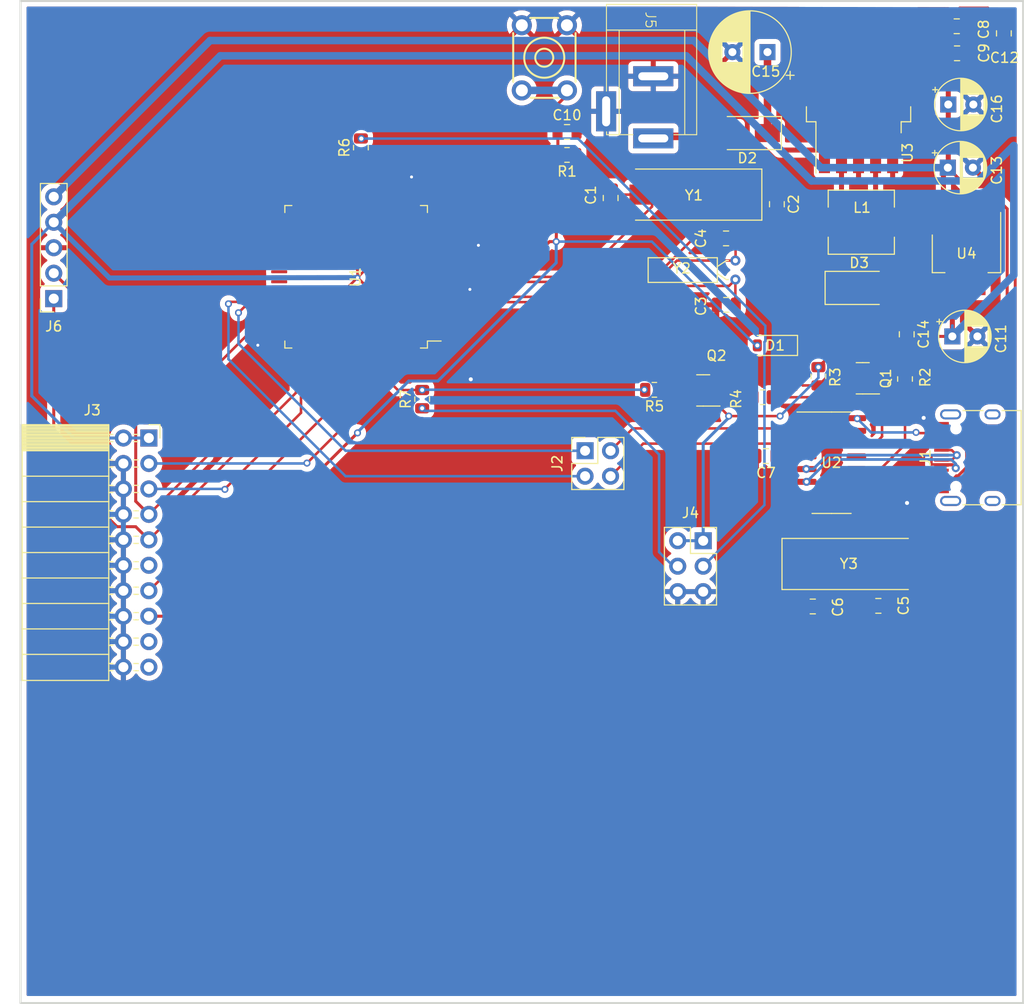
<source format=kicad_pcb>
(kicad_pcb (version 20221018) (generator pcbnew)
  (title_block (date "2023-07-02"))
  (layers (0 "F.Cu" signal) (31 "B.Cu" signal) (34 "B.Paste" user) (35 "F.Paste" user) (36 "B.SilkS" user "B.Silkscreen") (37 "F.SilkS" user "F.Silkscreen") (38 "B.Mask" user) (39 "F.Mask" user) (44 "Edge.Cuts" user))
  (property "CONFIGURATIONPARAMETERS" "")
  (property "CONFIGURATORNAME" "")
  (property "ISUSERCONFIGURABLE" "")
  (property "VERSIONCONTROL_PROJFOLDERREVNUMBER" "")
  (property "VERSIONCONTROL_REVNUMBER" "")
  (net 0 "")
  (net 1 "Net-(U1-RCC_OSC_OUT)")
  (net 2 "Net-(U1-RCC_OSC_IN)")
  (net 3 "Net-(U1-PC14)")
  (net 4 "Net-(U1-PC15)")
  (net 5 "Net-(U2-XI)")
  (net 6 "Net-(U2-XO)")
  (net 7 "Net-(U2-V3)")
  (net 8 "Net-(D2-K)")
  (net 9 "Net-(D1-K)")
  (net 10 "+12V")
  (net 11 "Net-(D3-K)")
  (net 17 "/PA9")
  (net 18 "/PA10")
  (net 19 "/JTRST")
  (net 20 "/JTDI")
  (net 21 "/JTMS")
  (net 22 "/JTCK")
  (net 23 "/JTDO")
  (net 27 "Net-(J4-Pad3)")
  (net 28 "Net-(J4-Pad4)")
  (net 29 "Net-(Q1-E)")
  (net 30 "Net-(Q1-B)")
  (net 31 "Net-(Q2-B)")
  (net 32 "Net-(Q2-C)")
  (net 33 "Net-(U2-~{DCD})")
  (net 77 "GND")
  (net 78 "+5V")
  (net 91 "/BOOT1")
  (net 92 "/RESET")
  (net 93 "/CH340G_D+")
  (net 94 "/CH340G_D-")
  (net 97 "+3.3V")
  (net 100 "/BOOT0")
  (net 101 "/USART1_Rx")
  (net 102 "/USART1_Tx")
  (footprint "Capacitor_SMD:C_0805_2012Metric" (layer "F.Cu") (at 185.56 110.36 180)
    (fp_text reference "C5")
    (fp_text value "22Pf")
  )
  (footprint "Package_TO_SOT_SMD:SOT-23" (layer "F.Cu") (at 168.09 88.86 180)
    (fp_text reference "Q2")
    (fp_text value "S8550")
  )
  (footprint "Connector_PinSocket_2.54mm:PinSocket_2x10_P2.54mm_Horizontal" (layer "F.Cu") (at 112.8 93.61)
    (fp_text reference "J3")
    (fp_text value "Conn_ARM_JTAG_SWD_20")
  )
  (footprint "Connector_PinSocket_2.54mm:PinSocket_2x02_P2.54mm_Vertical" (layer "F.Cu") (at 156.31 94.88 90)
    (fp_text reference "J2")
    (fp_text value "禁止下载")
  )
  (footprint "Inductor_SMD:L_6.3x6.3_H3" (layer "F.Cu") (at 183.86 72.07)
    (fp_text reference "L1")
    (fp_text value "33uH" hide)
  )
  (footprint "Resistor_SMD:R_0805_2012Metric" (layer "F.Cu") (at 140.06 89.73 90)
    (fp_text reference "R7")
    (fp_text value "1K")
  )
  (footprint "Capacitor_THT:CP_Radial_D5.0mm_P2.50mm" (layer "F.Cu") (at 192.534888 60.33)
    (fp_text reference "C16")
    (fp_text value "220uF")
  )
  (footprint "Package_SO:SOIC-16_3.9x9.9mm_P1.27mm" (layer "F.Cu") (at 180.895 96.075)
    (fp_text reference "U2")
    (fp_text value "CH340G")
  )
  (footprint "Diode_SMD:D_SMA" (layer "F.Cu") (at 183.65 78.63)
    (fp_text reference "D3")
    (fp_text value "SS54" hide)
  )
  (footprint "Crystal:Crystal_C26-LF_D2.1mm_L6.5mm_Horizontal" (layer "F.Cu") (at 171.3 75.9 -90)
    (fp_text reference "Y2")
    (fp_text value "32.768KHz")
  )
  (footprint "Crystal:Crystal_SMD_HC49-SD" (layer "F.Cu") (at 182.65 106.18)
    (fp_text reference "Y3")
    (fp_text value "12MHz")
  )
  (footprint "Package_TO_SOT_SMD:SOT-223-3_TabPin2" (layer "F.Cu") (at 194.35 75.2 -90)
    (fp_text reference "U4")
    (fp_text value "AMS1117-3.3" hide)
  )
  (footprint "Resistor_SMD:R_0805_2012Metric" (layer "F.Cu") (at 174.01 89.54 180)
    (fp_text reference "R4")
    (fp_text value "1K" hide)
  )
  (footprint "Capacitor_SMD:C_0805_2012Metric" (layer "F.Cu") (at 198.08 53.23 -90)
    (fp_text reference "C12")
    (fp_text value "104")
  )
  (footprint "Resistor_SMD:R_0805_2012Metric" (layer "F.Cu") (at 179.58 87.45 90)
    (fp_text reference "R3")
    (fp_text value "10K")
  )
  (footprint "Capacitor_THT:CP_Radial_D8.0mm_P3.50mm" (layer "F.Cu") (at 174.502651 55.1 180)
    (fp_text reference "C15")
    (fp_text value "680uF")
  )
  (footprint "Capacitor_THT:CP_Radial_D5.0mm_P2.50mm" (layer "F.Cu") (at 192.49 66.63)
    (fp_text reference "C13")
    (fp_text value "220uF")
  )
  (footprint "Capacitor_SMD:C_0805_2012Metric" (layer "F.Cu") (at 174.35 95.41 180)
    (fp_text reference "C7")
    (fp_text value "104")
  )
  (footprint "Resistor_SMD:R_0805_2012Metric" (layer "F.Cu") (at 188.22 87.72 90)
    (fp_text reference "R2")
    (fp_text value "1K")
  )
  (footprint "mylib:DC-05-21" (layer "F.Cu") (at 163.11 57.51 -90)
    (fp_text reference "J5")
    (fp_text value "Jack-DC" hide)
  )
  (footprint "Capacitor_THT:CP_Radial_D5.0mm_P2.50mm" (layer "F.Cu") (at 192.94 83.47)
    (fp_text reference "C11")
    (fp_text value "220uF")
  )
  (footprint "Package_TO_SOT_SMD:TO-263-5_TabPin3" (layer "F.Cu") (at 183.585 59.1 90)
    (fp_text reference "U3")
    (fp_text value "LM2596S-5" hide)
  )
  (footprint "Package_TO_SOT_SMD:SOT-23" (layer "F.Cu") (at 184.0025 87.65 180)
    (fp_text reference "Q1")
    (fp_text value "S8050")
  )
  (footprint "Capacitor_SMD:C_0805_2012Metric" (layer "F.Cu") (at 170.37 73.69 180)
    (fp_text reference "C4")
    (fp_text value "12Pf")
  )
  (footprint "Connector_PinSocket_2.54mm:PinSocket_1x05_P2.54mm_Vertical" (layer "F.Cu") (at 103.315 79.7 180)
    (fp_text reference "J6")
    (fp_text value "SWD")
  )
  (footprint "Package_QFP:LQFP-100_14x14mm_P0.5mm" (layer "F.Cu") (at 133.475 77.52 180)
    (fp_text reference "U1")
    (fp_text value "STM32F103VET6" hide)
  )
  (footprint "Diode_SMD:D_SOD-123" (layer "F.Cu") (at 175.1375 84.37 180)
    (fp_text reference "D1")
    (fp_text value "1N4148")
  )
  (footprint "Capacitor_SMD:C_0805_2012Metric" (layer "F.Cu") (at 193.38 52.52 180)
    (fp_text reference "C8")
    (fp_text value "106")
  )
  (footprint "Resistor_SMD:R_0805_2012Metric" (layer "F.Cu") (at 133.95 64.63 90)
    (fp_text reference "R6")
    (fp_text value "1K")
  )
  (footprint "Diode_SMD:D_SMA" (layer "F.Cu") (at 172.49 63.18 180)
    (fp_text reference "D2")
    (fp_text value "SS54")
  )
  (footprint "Capacitor_SMD:C_0805_2012Metric" (layer "F.Cu") (at 158.86 69.66 -90)
    (fp_text reference "C1")
    (fp_text value "22Pf")
  )
  (footprint "Connector_PinSocket_2.54mm:PinSocket_2x03_P2.54mm_Vertical" (layer "F.Cu") (at 168.09 103.86)
    (fp_text reference "J4")
    (fp_text value "~")
  )
  (footprint "Capacitor_SMD:C_0805_2012Metric" (layer "F.Cu") (at 175.44 70.28 -90)
    (fp_text reference "C2")
    (fp_text value "22Pf")
  )
  (footprint "Capacitor_SMD:C_0805_2012Metric" (layer "F.Cu") (at 193.41 55.22 180)
    (fp_text reference "C9")
    (fp_text value "104")
  )
  (footprint "Capacitor_SMD:C_0805_2012Metric" (layer "F.Cu") (at 154.51 63.07)
    (fp_text reference "C10")
    (fp_text value "104")
  )
  (footprint "Crystal:Crystal_SMD_HC49-SD" (layer "F.Cu") (at 167.24 69.32 180)
    (fp_text reference "Y1")
    (fp_text value "8MHz")
  )
  (footprint "Resistor_SMD:R_0805_2012Metric" (layer "F.Cu") (at 163.22 88.8 180)
    (fp_text reference "R5")
    (fp_text value "1K")
  )
  (footprint "Resistor_SMD:R_0805_2012Metric" (layer "F.Cu") (at 154.51 65.36 180)
    (fp_text reference "R1")
    (fp_text value "10K")
  )
  (footprint "Capacitor_SMD:C_0805_2012Metric" (layer "F.Cu") (at 179.02 110.42)
    (fp_text reference "C6")
    (fp_text value "22Pf")
  )
  (footprint "mylib:switch4.5mmX6.5mm-4pin" (layer "F.Cu") (at 154.5 52.42 -90)
    (fp_text reference "SW1" hide)
    (fp_text value "复位开关")
  )
  (footprint "Capacitor_SMD:C_0805_2012Metric" (layer "F.Cu") (at 170.39 80.32 180)
    (fp_text reference "C3")
    (fp_text value "12Pf")
  )
  (footprint "Capacitor_SMD:C_0805_2012Metric" (layer "F.Cu") (at 188.39 83.26 -90)
    (fp_text reference "C14")
    (fp_text value "104")
  )
  (footprint "Connector_USB:USB_C_Receptacle_HRO_TYPE-C-31-M-12" (layer "F.Cu") (at 195.9 95.57 90)
    (fp_text reference "J1")
    (fp_text value "USB_C" hide)
  )
  (gr_rect locked (start 100 50) (end 200 150) (stroke (width 0.2)) (fill none) (layer "Edge.Cuts"))
  (segment (start 141.16 77.53) (end 141.15 77.52) (width 0.25) (layer "F.Cu") (net 1))
  (segment (start 162.99 69.32) (end 162.99 70.51) (width 0.25) (layer "F.Cu") (net 1))
  (segment (start 158.86 68.71) (end 159.47 69.32) (width 0.25) (layer "F.Cu") (net 1))
  (segment (start 162.99 70.51) (end 155.97 77.53) (width 0.25) (layer "F.Cu") (net 1))
  (segment (start 159.47 69.32) (end 162.99 69.32) (width 0.25) (layer "F.Cu") (net 1))
  (segment (start 155.97 77.53) (end 141.16 77.53) (width 0.25) (layer "F.Cu") (net 1))
  (segment (start 175.43 69.32) (end 171.49 69.32) (width 0.25) (layer "F.Cu") (net 2))
  (segment (start 141.16 78.03) (end 141.15 78.02) (width 0.25) (layer "F.Cu") (net 2))
  (segment (start 175.44 69.33) (end 175.43 69.32) (width 0.25) (layer "F.Cu") (net 2))
  (segment (start 171.49 69.32) (end 162.78 78.03) (width 0.25) (layer "F.Cu") (net 2))
  (segment (start 162.78 78.03) (end 141.16 78.03) (width 0.25) (layer "F.Cu") (net 2))
  (segment (start 164.51 80.05) (end 141.47 80.05) (width 0.25) (layer "F.Cu") (net 3))
  (segment (start 170.67 78.43) (end 166.13 78.43) (width 0.25) (layer "F.Cu") (net 3))
  (segment (start 171.34 80.32) (end 171.3 80.28) (width 0.25) (layer "F.Cu") (net 3))
  (segment (start 166.13 78.43) (end 164.51 80.05) (width 0.25) (layer "F.Cu") (net 3))
  (segment (start 171.3 77.8) (end 170.67 78.43) (width 0.25) (layer "F.Cu") (net 3))
  (segment (start 171.3 80.28) (end 171.3 77.8) (width 0.25) (layer "F.Cu") (net 3))
  (segment (start 171.32 75.88) (end 171.3 75.9) (width 0.25) (layer "F.Cu") (net 4))
  (segment (start 171.3 75.9) (end 165.475686 75.9) (width 0.25) (layer "F.Cu") (net 4))
  (segment (start 161.855686 79.52) (end 141.15 79.52) (width 0.25) (layer "F.Cu") (net 4))
  (segment (start 171.32 73.69) (end 171.32 75.88) (width 0.25) (layer "F.Cu") (net 4))
  (segment (start 165.475686 75.9) (end 161.855686 79.52) (width 0.25) (layer "F.Cu") (net 4))
  (segment (start 171.54 75.9) (end 171.56 75.88) (width 0.25) (layer "B.Cu") (net 4))
  (segment (start 171.3 75.9) (end 171.54 75.9) (width 0.25) (layer "B.Cu") (net 4))
  (segment (start 186.9 109.97) (end 186.9 106.18) (width 0.25) (layer "F.Cu") (net 5))
  (segment (start 179.84 99.25) (end 186.77 106.18) (width 0.25) (layer "F.Cu") (net 5))
  (segment (start 186.51 110.36) (end 186.9 109.97) (width 0.25) (layer "F.Cu") (net 5))
  (segment (start 186.77 106.18) (end 186.9 106.18) (width 0.25) (layer "F.Cu") (net 5))
  (segment (start 178.42 99.25) (end 179.84 99.25) (width 0.25) (layer "F.Cu") (net 5))
  (segment (start 178.4 110.09) (end 178.4 106.18) (width 0.25) (layer "F.Cu") (net 6))
  (segment (start 178.4 106.18) (end 178.4 100.54) (width 0.25) (layer "F.Cu") (net 6))
  (segment (start 178.4 100.54) (end 178.42 100.52) (width 0.25) (layer "F.Cu") (net 6))
  (segment (start 178.07 110.42) (end 178.4 110.09) (width 0.25) (layer "F.Cu") (net 6))
  (segment (start 175.3 95.41) (end 178.39 95.41) (width 0.254) (layer "F.Cu") (net 7))
  (segment (start 178.39 95.41) (end 178.42 95.44) (width 0.254) (layer "F.Cu") (net 7))
  (segment (start 175.725 64.875) (end 174.2 63.35) (width 0.5) (layer "F.Cu") (net 8))
  (segment (start 180.185 64.875) (end 175.725 64.875) (width 0.5) (layer "F.Cu") (net 8))
  (segment (start 174.2 63.35) (end 174.502651 63.047349) (width 0.25) (layer "F.Cu") (net 8))
  (segment (start 174.502651 63.047349) (end 174.502651 55.1) (width 0.75) (layer "F.Cu") (net 8))
  (segment (start 178.0225 88.3625) (end 179.58 88.3625) (width 0.25) (layer "F.Cu") (net 9))
  (segment (start 180.2925 87.65) (end 179.58 88.3625) (width 0.25) (layer "F.Cu") (net 9))
  (segment (start 176.7875 84.37) (end 176.7875 87.1275) (width 0.25) (layer "F.Cu") (net 9))
  (segment (start 183.065 87.65) (end 180.2925 87.65) (width 0.25) (layer "F.Cu") (net 9))
  (segment (start 176.7875 87.1275) (end 178.0225 88.3625) (width 0.25) (layer "F.Cu") (net 9))
  (segment (start 163.84 62.96) (end 163.1 63.7) (width 0.25) (layer "F.Cu") (net 10))
  (segment (start 170.49 62.96) (end 169.94 63.51) (width 0.75) (layer "F.Cu") (net 10))
  (segment (start 169.94 63.51) (end 164.39 63.51) (width 0.75) (layer "F.Cu") (net 10))
  (segment (start 181.885 71.295) (end 181.11 72.07) (width 0.5) (layer "F.Cu") (net 11))
  (segment (start 181.885 64.875) (end 181.885 71.295) (width 0.5) (layer "F.Cu") (net 11))
  (segment (start 181.65 78.63) (end 181.7 78.58) (width 0.5) (layer "F.Cu") (net 11))
  (segment (start 181.7 78.58) (end 181.7 72.66) (width 0.5) (layer "F.Cu") (net 11))
  (segment (start 125.8 80.02) (end 120.94 80.02) (width 0.25) (layer "F.Cu") (net 17))
  (segment (start 120.94 80.02) (end 120.74 80.22) (width 0.25) (layer "F.Cu") (net 17))
  (via (at 120.74 80.22) (size 0.7) (drill 0.4) (layers "F.Cu" "B.Cu") (net 17))
  (segment (start 120.74 80.22) (end 120.74 85.74) (width 0.25) (layer "B.Cu") (net 17))
  (segment (start 132.42 97.42) (end 156.31 97.42) (width 0.25) (layer "B.Cu") (net 17))
  (segment (start 120.74 85.74) (end 132.42 97.42) (width 0.25) (layer "B.Cu") (net 17))
  (segment (start 125.8 80.52) (end 122.33 80.52) (width 0.25) (layer "F.Cu") (net 18))
  (segment (start 122.33 80.52) (end 121.74 81.11) (width 0.25) (layer "F.Cu") (net 18))
  (via (at 121.74 81.11) (size 0.7) (drill 0.4) (layers "F.Cu" "B.Cu") (net 18))
  (segment (start 132.42 94.88) (end 156.31 94.88) (width 0.25) (layer "B.Cu") (net 18))
  (segment (start 121.74 81.11) (end 121.74 84.2) (width 0.25) (layer "B.Cu") (net 18))
  (segment (start 121.74 84.2) (end 132.42 94.88) (width 0.25) (layer "B.Cu") (net 18))
  (segment (start 128.57 96.11) (end 128.58 96.11) (width 0.3) (layer "F.Cu") (net 19))
  (segment (start 128.58 96.11) (end 134.475 90.215) (width 0.254) (layer "F.Cu") (net 19))
  (segment (start 128.59 96.13) (end 128.57 96.11) (width 0.3) (layer "F.Cu") (net 19))
  (segment (start 134.475 90.215) (end 134.475 85.195) (width 0.254) (layer "F.Cu") (net 19))
  (via (at 128.57 96.11) (size 0.7) (drill 0.4) (layers "F.Cu" "B.Cu") (net 19))
  (segment (start 128.57 96.11) (end 128.53 96.15) (width 0.3) (layer "B.Cu") (net 19))
  (segment (start 128.53 96.15) (end 112.8 96.15) (width 0.254) (layer "B.Cu") (net 19))
  (segment (start 120.384098 98.685902) (end 127.975 91.095) (width 0.254) (layer "F.Cu") (net 20))
  (segment (start 120.384098 98.734098) (end 120.384098 98.685902) (width 0.3) (layer "F.Cu") (net 20))
  (segment (start 120.335902 98.734098) (end 120.24 98.83) (width 0.3) (layer "F.Cu") (net 20))
  (segment (start 127.975 91.095) (end 127.975 85.195) (width 0.254) (layer "F.Cu") (net 20))
  (segment (start 120.384098 98.734098) (end 120.335902 98.734098) (width 0.3) (layer "F.Cu") (net 20))
  (via (at 120.384098 98.734098) (size 0.7) (drill 0.4) (layers "F.Cu" "B.Cu") (net 20))
  (segment (start 120.384098 98.734098) (end 120.34 98.69) (width 0.3) (layer "B.Cu") (net 20))
  (segment (start 120.34 98.69) (end 112.8 98.69) (width 0.254) (layer "B.Cu") (net 20))
  (segment (start 111.49 99.92) (end 111.49 85.335) (width 0.3) (layer "F.Cu") (net 21))
  (segment (start 118.62 95.41) (end 112.8 101.23) (width 0.254) (layer "F.Cu") (net 21))
  (segment (start 125.8 82.02) (end 125.92 82.02) (width 0.254) (layer "F.Cu") (net 21))
  (segment (start 123.86 82.07) (end 118.62 87.31) (width 0.254) (layer "F.Cu") (net 21))
  (segment (start 118.62 87.31) (end 118.62 95.41) (width 0.254) (layer "F.Cu") (net 21))
  (segment (start 125.92 82.02) (end 125.97 82.07) (width 0.254) (layer "F.Cu") (net 21))
  (segment (start 111.49 85.335) (end 103.315 77.16) (width 0.3) (layer "F.Cu") (net 21))
  (segment (start 125.97 82.07) (end 123.86 82.07) (width 0.254) (layer "F.Cu") (net 21))
  (segment (start 112.8 101.23) (end 111.49 99.92) (width 0.3) (layer "F.Cu") (net 21))
  (segment (start 127.475 85.195) (end 127.475 89.095) (width 0.254) (layer "F.Cu") (net 22))
  (segment (start 103.315 79.7) (end 103.315 96.151346) (width 0.3) (layer "F.Cu") (net 22))
  (segment (start 103.315 96.151346) (end 109.623654 102.46) (width 0.3) (layer "F.Cu") (net 22))
  (segment (start 109.623654 102.46) (end 111.49 102.46) (width 0.3) (layer "F.Cu") (net 22))
  (segment (start 111.49 102.46) (end 112.8 103.77) (width 0.3) (layer "F.Cu") (net 22))
  (segment (start 127.475 89.095) (end 112.8 103.77) (width 0.254) (layer "F.Cu") (net 22))
  (segment (start 133.975 87.695) (end 112.82 108.85) (width 0.254) (layer "F.Cu") (net 23))
  (segment (start 133.975 85.195) (end 133.975 87.695) (width 0.254) (layer "F.Cu") (net 23))
  (segment (start 112.82 108.85) (end 112.8 108.85) (width 0.254) (layer "F.Cu") (net 23))
  (via (at 133.99 63.73) (size 0.7) (drill 0.4) (layers "F.Cu" "B.Cu") (net 27))
  (via (at 133.99 63.73) (size 0.7) (drill 0.4) (layers "F.Cu" "B.Cu") (net 27))
  (segment (start 174.29 82.41) (end 174.29 83.933616) (width 0.25) (layer "B.Cu") (net 27))
  (segment (start 133.99 63.73) (end 155.61 63.73) (width 0.25) (layer "B.Cu") (net 27))
  (segment (start 174.29 83.933616) (end 174.2 84.023616) (width 0.25) (layer "B.Cu") (net 27))
  (segment (start 155.61 63.73) (end 174.29 82.41) (width 0.25) (layer "B.Cu") (net 27))
  (segment (start 174.2 100.29) (end 168.09 106.4) (width 0.25) (layer "B.Cu") (net 27))
  (segment (start 174.2 84.023616) (end 174.2 100.29) (width 0.25) (layer "B.Cu") (net 27))
  (via (at 140.06 90.6425) (size 0.7) (drill 0.4) (layers "F.Cu" "B.Cu") (net 28))
  (segment (start 163.69 104.99) (end 165.1 106.4) (width 0.25) (layer "B.Cu") (net 28))
  (segment (start 140.3175 90.9) (end 159.33 90.9) (width 0.25) (layer "B.Cu") (net 28))
  (segment (start 159.33 90.9) (end 163.69 95.26) (width 0.25) (layer "B.Cu") (net 28))
  (segment (start 165.1 106.4) (end 165.55 106.4) (width 0.25) (layer "B.Cu") (net 28))
  (segment (start 140.06 90.6425) (end 140.3175 90.9) (width 0.25) (layer "B.Cu") (net 28))
  (segment (start 163.69 95.26) (end 163.69 104.99) (width 0.25) (layer "B.Cu") (net 28))
  (segment (start 185.93 93.46) (end 185.93 89.25) (width 0.254) (layer "F.Cu") (net 29))
  (segment (start 185.93 89.25) (end 185.39 88.71) (width 0.254) (layer "F.Cu") (net 29))
  (segment (start 184 89.54) (end 174.9225 89.54) (width 0.25) (layer "F.Cu") (net 29))
  (segment (start 183.37 94.17) (end 185.22 94.17) (width 0.254) (layer "F.Cu") (net 29))
  (segment (start 185.22 94.17) (end 185.93 93.46) (width 0.254) (layer "F.Cu") (net 29))
  (segment (start 184.94 88.6) (end 184 89.54) (width 0.25) (layer "F.Cu") (net 29))
  (segment (start 188.1125 86.7) (end 188.22 86.8075) (width 0.25) (layer "F.Cu") (net 30))
  (segment (start 184.94 86.7) (end 188.1125 86.7) (width 0.25) (layer "F.Cu") (net 30))
  (segment (start 171.4675 87.91) (end 169.0275 87.91) (width 0.25) (layer "F.Cu") (net 31))
  (segment (start 173.0975 89.54) (end 171.4675 87.91) (width 0.25) (layer "F.Cu") (net 31))
  (segment (start 164.1925 88.86) (end 164.1325 88.8) (width 0.25) (layer "F.Cu") (net 32))
  (segment (start 167.1525 88.86) (end 164.1925 88.86) (width 0.25) (layer "F.Cu") (net 32))
  (segment (start 185.77 96.71) (end 188.22 94.26) (width 0.254) (layer "F.Cu") (net 33))
  (segment (start 188.22 94.26) (end 188.22 88.6325) (width 0.254) (layer "F.Cu") (net 33))
  (segment (start 183.37 96.71) (end 185.77 96.71) (width 0.254) (layer "F.Cu") (net 33))
  (segment (start 140.09 87.76) (end 144.83 87.76) (width 0.254) (layer "F.Cu") (net 77))
  (segment (start 138.975 85.195) (end 138.975 86.645) (width 0.254) (layer "F.Cu") (net 77))
  (segment (start 141.15 79.02) (end 144.46 79.02) (width 0.254) (layer "F.Cu") (net 77))
  (segment (start 189.69 98.82) (end 188.42 100.09) (width 0.3) (layer "F.Cu") (net 77))
  (segment (start 190.8 92.32) (end 190.08 91.6) (width 0.3) (layer "F.Cu") (net 77))
  (segment (start 144.91 87.75) (end 144.85 87.76) (width 0.254) (layer "F.Cu") (net 77))
  (segment (start 144.83 87.76) (end 144.91 87.75) (width 0.254) (layer "F.Cu") (net 77))
  (segment (start 144.46 79.02) (end 144.82 78.78) (width 0.254) (layer "F.Cu") (net 77))
  (segment (start 138.99 69.83) (end 138.975 69.845) (width 0.3) (layer "F.Cu") (net 77))
  (segment (start 123.67 84.35) (end 123.67 84.31967) (width 0.3) (layer "F.Cu") (net 77))
  (segment (start 123.67 84.31967) (end 124.96967 83.02) (width 0.3) (layer "F.Cu") (net 77))
  (segment (start 141.15 74.52) (end 145.53 74.52) (width 0.254) (layer "F.Cu") (net 77))
  (segment (start 191.855 92.32) (end 190.8 92.32) (width 0.3) (layer "F.Cu") (net 77))
  (segment (start 145.53 74.52) (end 145.67 74.38) (width 0.254) (layer "F.Cu") (net 77))
  (segment (start 144.85 87.76) (end 144.84 87.76) (width 0.254) (layer "F.Cu") (net 77))
  (segment (start 191.855 98.82) (end 189.69 98.82) (width 0.3) (layer "F.Cu") (net 77))
  (segment (start 141.15 74.02) (end 141.15 74.52) (width 0.254) (layer "F.Cu") (net 77))
  (segment (start 124.96967 83.02) (end 125.8 83.02) (width 0.3) (layer "F.Cu") (net 77))
  (segment (start 138.975 86.645) (end 140.09 87.76) (width 0.254) (layer "F.Cu") (net 77))
  (segment (start 144.82 78.78) (end 144.66 78.82) (width 0.254) (layer "F.Cu") (net 77))
  (segment (start 138.99 67.57) (end 138.99 69.83) (width 0.3) (layer "F.Cu") (net 77))
  (segment (start 139 67.56) (end 138.99 67.57) (width 0.3) (layer "F.Cu") (net 77))
  (via (at 144.82 78.78) (size 0.6) (drill 0.3) (layers "F.Cu" "B.Cu") (net 77))
  (via (at 139 67.56) (size 0.6) (drill 0.3) (layers "F.Cu" "B.Cu") (net 77))
  (via (at 123.67 84.35) (size 0.6) (drill 0.3) (layers "F.Cu" "B.Cu") (net 77))
  (via (at 190.08 91.6) (size 0.7) (drill 0.4) (layers "F.Cu" "B.Cu") (net 77))
  (via (at 144.91 87.75) (size 0.7) (drill 0.4) (layers "F.Cu" "B.Cu") (net 77))
  (via (at 188.42 100.09) (size 0.7) (drill 0.4) (layers "F.Cu" "B.Cu") (net 77))
  (via (at 145.67 74.38) (size 0.6) (drill 0.3) (layers "F.Cu" "B.Cu") (net 77))
  (segment (start 185.285 64.875) (end 185.285 70.745) (width 0.5) (layer "F.Cu") (net 78))
  (segment (start 193.344695 97.39) (end 193.51 97.39) (width 0.3) (layer "F.Cu") (net 78))
  (segment (start 197.02 69.35) (end 195.21 69.35) (width 0.3) (layer "F.Cu") (net 78))
  (segment (start 195.18 89.06) (end 198.41 85.83) (width 0.3) (layer "F.Cu") (net 78))
  (segment (start 196.48 50.68) (end 193.68 50.68) (width 0.25) (layer "F.Cu") (net 78))
  (segment (start 193.68 50.68) (end 192.43 51.93) (width 0.25) (layer "F.Cu") (net 78))
  (segment (start 186.63 72.05) (end 186.61 72.07) (width 0.25) (layer "F.Cu") (net 78))
  (segment (start 192.05 72.05) (end 186.63 72.05) (width 0.5) (layer "F.Cu") (net 78))
  (segment (start 198.41 85.83) (end 198.41 70.74) (width 0.3) (layer "F.Cu") (net 78))
  (segment (start 195.21 69.35) (end 192.49 66.63) (width 0.3) (layer "F.Cu") (net 78))
  (segment (start 192.714695 98.02) (end 193.344695 97.39) (width 0.3) (layer "F.Cu") (net 78))
  (segment (start 191.855 98.02) (end 192.714695 98.02) (width 0.3) (layer "F.Cu") (net 78))
  (segment (start 198.08 52.28) (end 196.48 50.68) (width 0.25) (layer "F.Cu") (net 78))
  (segment (start 185.285 70.745) (end 186.61 72.07) (width 0.5) (layer "F.Cu") (net 78))
  (segment (start 192.43 51.93) (end 192.43 52.52) (width 0.25) (layer "F.Cu") (net 78))
  (segment (start 192.534888 60.33) (end 192.534888 52.624888) (width 0.5) (layer "F.Cu") (net 78))
  (segment (start 191.855 93.12) (end 189.39 93.12) (width 0.254) (layer "F.Cu") (net 78))
  (segment (start 192.534888 52.624888) (end 192.43 52.52) (width 0.5) (layer "F.Cu") (net 78))
  (segment (start 192.534888 66.585112) (end 192.49 66.63) (width 0.25) (layer "F.Cu") (net 78))
  (segment (start 192.05 72.05) (end 192.05 67.21) (width 0.5) (layer "F.Cu") (net 78))
  (segment (start 193.51 97.39) (end 194.37 96.53) (width 0.3) (layer "F.Cu") (net 78))
  (segment (start 194.37 94.86) (end 192.63 93.12) (width 0.3) (layer "F.Cu") (net 78))
  (segment (start 194.37 95.05) (end 194.37 92.65) (width 0.3) (layer "F.Cu") (net 78))
  (segment (start 192.05 67.21) (end 192.76 66.5) (width 0.25) (layer "F.Cu") (net 78))
  (segment (start 192.63 93.12) (end 191.855 93.12) (width 0.3) (layer "F.Cu") (net 78))
  (segment (start 192.534888 60.33) (end 192.534888 66.585112) (width 0.5) (layer "F.Cu") (net 78))
  (segment (start 198.41 70.74) (end 197.02 69.35) (width 0.3) (layer "F.Cu") (net 78))
  (segment (start 195.18 91.84) (end 195.18 89.06) (width 0.3) (layer "F.Cu") (net 78))
  (segment (start 189.39 93.12) (end 189.32 93.05) (width 0.254) (layer "F.Cu") (net 78))
  (segment (start 194.37 96.53) (end 194.37 94.86) (width 0.3) (layer "F.Cu") (net 78))
  (segment (start 194.37 92.65) (end 195.18 91.84) (width 0.3) (layer "F.Cu") (net 78))
  (via (at 189.32 93.05) (size 0.7) (drill 0.4) (layers "F.Cu" "B.Cu") (net 78))
  (via (at 183.454094 91.674189) (size 0.7) (drill 0.4) (layers "F.Cu" "B.Cu") (net 78))
  (segment (start 167.155 53.945) (end 118.91 53.945) (width 0.75) (layer "B.Cu") (net 78))
  (segment (start 192.49 66.63) (end 179.84 66.63) (width 0.75) (layer "B.Cu") (net 78))
  (segment (start 189.32 93.05) (end 184.829905 93.05) (width 0.254) (layer "B.Cu") (net 78))
  (segment (start 118.91 53.945) (end 103.315 69.54) (width 0.75) (layer "B.Cu") (net 78))
  (segment (start 184.829905 93.05) (end 183.454094 91.674189) (width 0.254) (layer "B.Cu") (net 78))
  (segment (start 179.84 66.63) (end 167.155 53.945) (width 0.75) (layer "B.Cu") (net 78))
  (segment (start 133.975 69.845) (end 133.975 65.5675) (width 0.254) (layer "F.Cu") (net 91))
  (segment (start 133.975 65.5675) (end 133.95 65.5425) (width 0.254) (layer "F.Cu") (net 91))
  (segment (start 154.5 59.38) (end 154.5 58.92) (width 0.3) (layer "F.Cu") (net 92))
  (segment (start 149.735 77.045) (end 141.53 77.045) (width 0.3) (layer "F.Cu") (net 92))
  (segment (start 153.5975 63.1075) (end 153.56 63.07) (width 0.3) (layer "F.Cu") (net 92))
  (segment (start 153.5975 65.36) (end 153.5975 63.1075) (width 0.3) (layer "F.Cu") (net 92))
  (segment (start 153.43 74.01) (end 152.77 74.01) (width 0.3) (layer "F.Cu") (net 92))
  (segment (start 115.32 111.39) (end 112.8 111.39) (width 0.3) (layer "F.Cu") (net 92))
  (segment (start 153.56 60.32) (end 154.5 59.38) (width 0.3) (layer "F.Cu") (net 92))
  (segment (start 133.61 93.1) (end 115.32 111.39) (width 0.3) (layer "F.Cu") (net 92))
  (segment (start 153.5975 65.36) (end 153.43 74.01) (width 0.3) (layer "F.Cu") (net 92))
  (segment (start 152.77 74.01) (end 149.735 77.045) (width 0.3) (layer "F.Cu") (net 92))
  (segment (start 153.56 63.07) (end 153.56 60.32) (width 0.3) (layer "F.Cu") (net 92))
  (via (at 133.61 93.1) (size 0.7) (drill 0.4) (layers "F.Cu" "B.Cu") (net 92))
  (via (at 153.43 74.01) (size 0.7) (drill 0.4) (layers "F.Cu" "B.Cu") (net 92))
  (via (at 173.4875 84.37) (size 0.7) (drill 0.4) (layers "F.Cu" "B.Cu") (net 92))
  (segment (start 153.43 74.01) (end 162.97 74.01) (width 0.25) (layer "B.Cu") (net 92))
  (segment (start 150 59.25) (end 150.15 59.4) (width 0.75) (layer "B.Cu") (net 92))
  (segment (start 162.97 74.01) (end 173.33 84.37) (width 0.25) (layer "B.Cu") (net 92))
  (segment (start 153.43 74.01) (end 153.43 76.12) (width 0.3) (layer "B.Cu") (net 92))
  (segment (start 150 58.92) (end 150 59.25) (width 0.75) (layer "B.Cu") (net 92))
  (segment (start 150.15 59.4) (end 150.63 58.92) (width 0.75) (layer "B.Cu") (net 92))
  (segment (start 150.63 58.92) (end 154.5 58.92) (width 0.75) (layer "B.Cu") (net 92))
  (segment (start 138.72 87.92) (end 133.66 92.98) (width 0.3) (layer "B.Cu") (net 92))
  (segment (start 141.63 87.92) (end 138.72 87.92) (width 0.3) (layer "B.Cu") (net 92))
  (segment (start 133.66 92.98) (end 133.61 93.1) (width 0.3) (layer "B.Cu") (net 92))
  (segment (start 153.43 76.12) (end 141.63 87.92) (width 0.3) (layer "B.Cu") (net 92))
  (segment (start 173.33 84.37) (end 173.4875 84.37) (width 0.25) (layer "B.Cu") (net 92))
  (segment (start 191.855 94.82) (end 192.88 94.82) (width 0.25) (layer "F.Cu") (net 93))
  (segment (start 193.38 95.32) (end 192.88 95.82) (width 0.25) (layer "F.Cu") (net 93))
  (segment (start 192.88 94.82) (end 193.38 95.32) (width 0.25) (layer "F.Cu") (net 93))
  (segment (start 192.88 95.82) (end 191.855 95.82) (width 0.25) (layer "F.Cu") (net 93))
  (via (at 178.37 96.7) (size 0.8) (drill 0.4) (layers "F.Cu" "B.Cu") (net 93))
  (via (at 193.38 95.32) (size 0.8) (drill 0.4) (layers "F.Cu" "B.Cu") (net 93))
  (segment (start 193.38 95.32) (end 180.451888 95.32) (width 0.28) (layer "B.Cu") (net 93))
  (segment (start 179.071888 96.7) (end 178.37 96.7) (width 0.28) (layer "B.Cu") (net 93))
  (segment (start 180.451888 95.32) (end 179.071888 96.7) (width 0.28) (layer "B.Cu") (net 93))
  (segment (start 193.38 95.32) (end 193.18 95.12) (width 0.2) (layer "B.Cu") (net 93))
  (segment (start 193.28 96.61) (end 192.915 96.245) (width 0.25) (layer "F.Cu") (net 94))
  (segment (start 192.915 96.245) (end 190.855 96.245) (width 0.25) (layer "F.Cu") (net 94))
  (segment (start 190.855 95.395) (end 190.93 95.32) (width 0.25) (layer "F.Cu") (net 94))
  (segment (start 190.855 96.245) (end 190.855 95.395) (width 0.25) (layer "F.Cu") (net 94))
  (segment (start 190.93 95.32) (end 191.855 95.32) (width 0.25) (layer "F.Cu") (net 94))
  (segment (start 193.28 96.61) (end 192.99 96.32) (width 0.25) (layer "F.Cu") (net 94))
  (segment (start 192.99 96.32) (end 191.855 96.32) (width 0.25) (layer "F.Cu") (net 94))
  (via (at 193.28 96.61) (size 0.8) (drill 0.4) (layers "F.Cu" "B.Cu") (net 94))
  (via (at 178.4 97.98) (size 0.8) (drill 0.4) (layers "F.Cu" "B.Cu") (net 94))
  (segment (start 178.41 97.98) (end 178.4 97.98) (width 0.28) (layer "B.Cu") (net 94))
  (segment (start 192.834192 95.75) (end 180.64 95.75) (width 0.28) (layer "B.Cu") (net 94))
  (segment (start 193.28 96.195808) (end 192.834192 95.75) (width 0.28) (layer "B.Cu") (net 94))
  (segment (start 193.28 96.61) (end 193.28 96.195808) (width 0.28) (layer "B.Cu") (net 94))
  (segment (start 180.64 95.75) (end 178.41 97.98) (width 0.28) (layer "B.Cu") (net 94))
  (segment (start 141.15 73.52) (end 141.14 73.53) (width 0.254) (layer "F.Cu") (net 97))
  (segment (start 183.8075 82.31) (end 188.39 82.31) (width 0.3) (layer "F.Cu") (net 97))
  (segment (start 125.8 83.52) (end 127.69 83.52) (width 0.254) (layer "F.Cu") (net 97))
  (segment (start 179.58 86.5375) (end 183.8075 82.31) (width 0.3) (layer "F.Cu") (net 97))
  (segment (start 133.61 76.84) (end 133.61 77.6) (width 0.254) (layer "F.Cu") (net 97))
  (segment (start 127.36 70.59) (end 133.61 76.84) (width 0.254) (layer "F.Cu") (net 97))
  (segment (start 189.55 83.47) (end 188.39 82.31) (width 0.3) (layer "F.Cu") (net 97))
  (segment (start 141.15 78.52) (end 134.53 78.52) (width 0.254) (layer "F.Cu") (net 97))
  (segment (start 138.475 72.735) (end 138.19 73.02) (width 0.254) (layer "F.Cu") (net 97))
  (segment (start 127.475 69.845) (end 127.475 70.475) (width 0.254) (layer "F.Cu") (net 97))
  (segment (start 194.35 78.93) (end 194.35 72.05) (width 0.5) (layer "F.Cu") (net 97))
  (segment (start 138.19 73.02) (end 137.125 74.085) (width 0.254) (layer "F.Cu") (net 97))
  (segment (start 134.53 78.52) (end 133.61 77.6) (width 0.254) (layer "F.Cu") (net 97))
  (segment (start 170.6375 91.42) (end 175.76 91.42) (width 0.254) (layer "F.Cu") (net 97))
  (segment (start 138.475 69.845) (end 138.475 72.735) (width 0.254) (layer "F.Cu") (net 97))
  (segment (start 127.475 70.475) (end 127.36 70.59) (width 0.254) (layer "F.Cu") (net 97))
  (segment (start 137.125 74.085) (end 133.61 77.6) (width 0.254) (layer "F.Cu") (net 97))
  (segment (start 192.94 83.47) (end 192.94 80.34) (width 0.5) (layer "F.Cu") (net 97))
  (segment (start 141.14 73.53) (end 137.68 73.53) (width 0.254) (layer "F.Cu") (net 97))
  (segment (start 127.69 83.52) (end 133.61 77.6) (width 0.254) (layer "F.Cu") (net 97))
  (segment (start 139.475 83.465) (end 133.9 77.89) (width 0.254) (layer "F.Cu") (net 97))
  (segment (start 192.94 83.47) (end 189.55 83.47) (width 0.3) (layer "F.Cu") (net 97))
  (segment (start 192.94 80.34) (end 194.35 78.93) (width 0.5) (layer "F.Cu") (net 97))
  (segment (start 137.68 73.53) (end 137.125 74.085) (width 0.254) (layer "F.Cu") (net 97))
  (segment (start 141.15 73.02) (end 138.19 73.02) (width 0.254) (layer "F.Cu") (net 97))
  (segment (start 170.6375 91.42) (end 169.0275 89.81) (width 0.254) (layer "F.Cu") (net 97))
  (segment (start 133.9 77.89) (end 133.61 77.6) (width 0.254) (layer "F.Cu") (net 97))
  (segment (start 139.475 85.195) (end 139.475 83.465) (width 0.254) (layer "F.Cu") (net 97))
  (segment (start 141.15 81.02) (end 137.03 81.02) (width 0.254) (layer "F.Cu") (net 97))
  (segment (start 137.03 81.02) (end 133.9 77.89) (width 0.254) (layer "F.Cu") (net 97))
  (via (at 170.6375 91.42) (size 0.7) (drill 0.4) (layers "F.Cu" "B.Cu") (net 97))
  (via (at 179.58 86.5375) (size 0.7) (drill 0.4) (layers "F.Cu" "B.Cu") (net 97))
  (via (at 133.61 77.6) (size 0.6) (drill 0.3) (layers "F.Cu" "B.Cu") (net 97))
  (via (at 175.76 91.42) (size 0.7) (drill 0.4) (layers "F.Cu" "B.Cu") (net 97))
  (segment (start 101.12 89.41) (end 105.32 93.61) (width 0.3) (layer "B.Cu") (net 97))
  (segment (start 178.885 67.955) (end 166.4 55.47) (width 0.75) (layer "B.Cu") (net 97))
  (segment (start 119.925 55.47) (end 103.6075 71.7875) (width 0.75) (layer "B.Cu") (net 97))
  (segment (start 192.94 83.47) (end 192.94 82.4) (width 0.3) (layer "B.Cu") (net 97))
  (segment (start 199.07 64.423833) (end 195.538833 67.955) (width 0.75) (layer "B.Cu") (net 97))
  (segment (start 179.58 86.5375) (end 179.58 87.6) (width 0.254) (layer "B.Cu") (net 97))
  (segment (start 195.538833 67.955) (end 178.885 67.955) (width 0.75) (layer "B.Cu") (net 97))
  (segment (start 101.12 74.275) (end 101.12 89.41) (width 0.3) (layer "B.Cu") (net 97))
  (segment (start 170.75 91.47) (end 168.09 94.13) (width 0.3) (layer "B.Cu") (net 97))
  (segment (start 105.32 93.61) (end 112.8 93.61) (width 0.3) (layer "B.Cu") (net 97))
  (segment (start 179.58 87.6) (end 175.76 91.42) (width 0.254) (layer "B.Cu") (net 97))
  (segment (start 168.09 94.13) (end 168.09 103.86) (width 0.3) (layer "B.Cu") (net 97))
  (segment (start 165.55 103.86) (end 168.09 103.86) (width 0.3) (layer "B.Cu") (net 97))
  (segment (start 199.07 77.34) (end 199.07 64.423833) (width 0.75) (layer "B.Cu") (net 97))
  (segment (start 103.315 72.08) (end 108.875 77.64) (width 0.5) (layer "B.Cu") (net 97))
  (segment (start 170.6375 91.42) (end 170.7 91.42) (width 0.3) (layer "B.Cu") (net 97))
  (segment (start 133.61 77.6) (end 133.61 77.64) (width 0.5) (layer "B.Cu") (net 97))
  (segment (start 192.94 83.47) (end 199.07 77.34) (width 0.75) (layer "B.Cu") (net 97))
  (segment (start 103.315 72.08) (end 101.12 74.275) (width 0.3) (layer "B.Cu") (net 97))
  (segment (start 108.875 77.64) (end 133.61 77.6) (width 0.5) (layer "B.Cu") (net 97))
  (segment (start 170.7 91.42) (end 170.75 91.47) (width 0.3) (layer "B.Cu") (net 97))
  (segment (start 166.4 55.47) (end 119.925 55.47) (width 0.75) (layer "B.Cu") (net 97))
  (segment (start 103.315 72.08) (end 103.6075 71.7875) (width 0.3) (layer "B.Cu") (net 97))
  (segment (start 137.6275 88.8175) (end 136.475 87.665) (width 0.254) (layer "F.Cu") (net 100))
  (segment (start 140.06 88.8175) (end 137.6275 88.8175) (width 0.254) (layer "F.Cu") (net 100))
  (segment (start 136.475 87.665) (end 136.475 85.195) (width 0.254) (layer "F.Cu") (net 100))
  (via (at 162.22 88.79) (size 0.7) (drill 0.4) (layers "F.Cu" "B.Cu") (net 100))
  (via (at 140.06 88.8175) (size 0.7) (drill 0.4) (layers "F.Cu" "B.Cu") (net 100))
  (segment (start 140.0875 88.79) (end 162.22 88.79) (width 0.25) (layer "B.Cu") (net 100))
  (segment (start 140.06 88.8175) (end 140.0875 88.79) (width 0.25) (layer "B.Cu") (net 100))
  (segment (start 178.42 92.9) (end 178.48 92.9) (width 0.25) (layer "F.Cu") (net 101))
  (segment (start 178.42 92.9) (end 178.41 92.91) (width 0.254) (layer "F.Cu") (net 101))
  (segment (start 161.08 92.65) (end 158.85 94.88) (width 0.25) (layer "F.Cu") (net 101))
  (segment (start 178.73 92.65) (end 161.08 92.65) (width 0.25) (layer "F.Cu") (net 101))
  (segment (start 178.48 92.9) (end 178.73 92.65) (width 0.25) (layer "F.Cu") (net 101))
  (segment (start 162.1 94.17) (end 158.85 97.42) (width 0.25) (layer "F.Cu") (net 102))
  (segment (start 178.42 94.17) (end 162.1 94.17) (width 0.25) (layer "F.Cu") (net 102))
  (zone (net 77) (net_name "GND") (layers "F&B.Cu") (connect_pads (clearance 0.508)) (min_thickness 0.25) (fill yes (thermal_gap 0.5) (thermal_bridge_width 0.5))
    (polygon (pts (xy 100.600362 50.442197) (xy 199.36 50.63) (xy 199.34 149.29) (xy 100.61 149.29)))
  )
)
</source>
